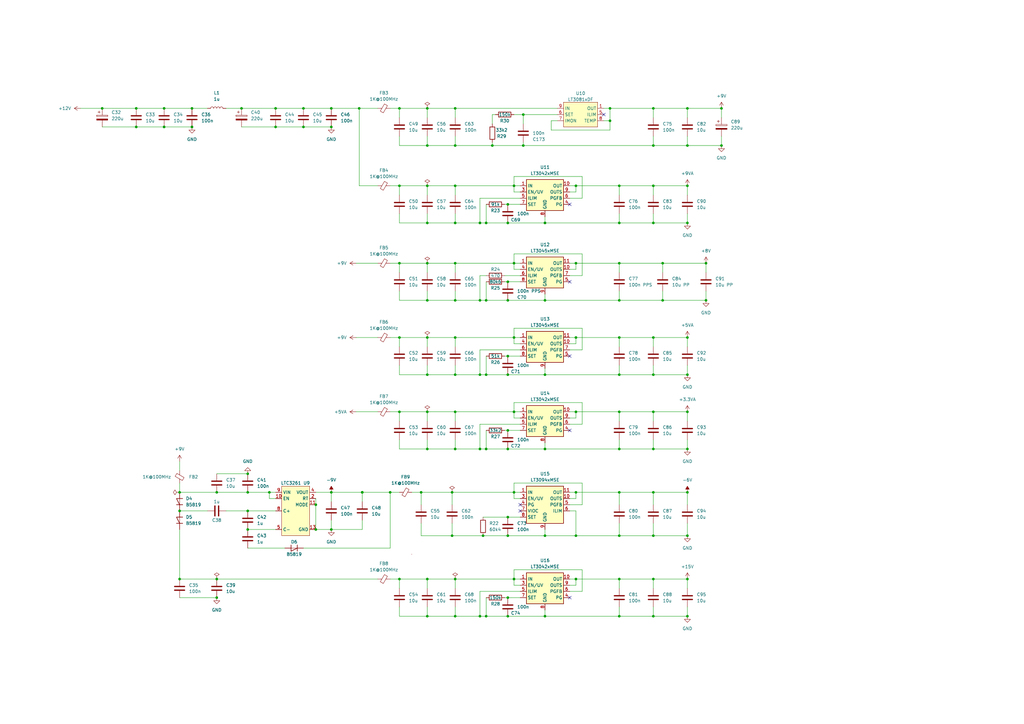
<source format=kicad_sch>
(kicad_sch (version 20211123) (generator eeschema)
  (paper "A3")
  (title_block (title "Kirdy") (date "2022-07-03") (rev "r0.1") (company "M-Labs") (comment 1 "Alex Wong Tat Hang"))
  (junction (at 175.26 237.49))
  (junction (at 223.52 184.15))
  (junction (at 236.22 76.2))
  (junction (at 210.82 201.93))
  (junction (at 78.74 44.45))
  (junction (at 210.82 76.2))
  (junction (at 236.22 168.91))
  (junction (at 185.42 219.71))
  (junction (at 101.6 217.17))
  (junction (at 254 184.15))
  (junction (at 208.28 245.11))
  (junction (at 185.42 201.93))
  (junction (at 208.28 176.53))
  (junction (at 135.89 217.17))
  (junction (at 147.32 44.45))
  (junction (at 210.82 138.43))
  (junction (at 254 91.44))
  (junction (at 148.556 201.93))
  (junction (at 250.19 49.53))
  (junction (at 208.28 252.73))
  (junction (at 196.85 184.15))
  (junction (at 88.9 237.49))
  (junction (at 199.39 252.73))
  (junction (at 186.69 138.43))
  (junction (at 208.28 184.15))
  (junction (at 78.74 52.07))
  (junction (at 267.97 44.45))
  (junction (at 267.97 76.2))
  (junction (at 199.39 153.67))
  (junction (at 254 237.49))
  (junction (at 163.83 76.2))
  (junction (at 289.56 107.95))
  (junction (at 210.82 107.95))
  (junction (at 99.06 44.45))
  (junction (at 67.31 52.07))
  (junction (at 175.26 59.69))
  (junction (at 267.97 201.93))
  (junction (at 113.03 52.07))
  (junction (at 175.26 153.67))
  (junction (at 175.26 91.44))
  (junction (at 41.91 44.45))
  (junction (at 281.94 138.43))
  (junction (at 267.97 138.43))
  (junction (at 175.26 107.95))
  (junction (at 196.85 91.44))
  (junction (at 199.39 123.19))
  (junction (at 267.97 252.73))
  (junction (at 281.94 237.49))
  (junction (at 186.69 252.73))
  (junction (at 208.28 123.19))
  (junction (at 254 219.71))
  (junction (at 148.59 201.93))
  (junction (at 223.52 153.67))
  (junction (at 223.52 91.44))
  (junction (at 250.19 44.45))
  (junction (at 101.6 209.55))
  (junction (at 281.94 76.2))
  (junction (at 281.94 201.93))
  (junction (at 281.94 168.91))
  (junction (at 186.69 107.95))
  (junction (at 289.56 123.19))
  (junction (at 295.91 44.45))
  (junction (at 186.69 237.49))
  (junction (at 186.69 184.15))
  (junction (at 163.83 168.91))
  (junction (at 236.22 219.71))
  (junction (at 214.63 59.69))
  (junction (at 254 168.91))
  (junction (at 281.94 252.73))
  (junction (at 223.52 123.19))
  (junction (at 186.69 76.2))
  (junction (at 198.12 219.71))
  (junction (at 281.94 184.15))
  (junction (at 281.94 44.45))
  (junction (at 135.89 201.93))
  (junction (at 186.69 91.44))
  (junction (at 267.97 168.91))
  (junction (at 175.26 168.91))
  (junction (at 281.94 219.71))
  (junction (at 160.02 201.93))
  (junction (at 186.69 59.69))
  (junction (at 208.28 83.82))
  (junction (at 135.89 52.07))
  (junction (at 236.22 201.93))
  (junction (at 113.03 44.45))
  (junction (at 254 153.67))
  (junction (at 254 138.43))
  (junction (at 210.82 168.91))
  (junction (at 281.94 91.44))
  (junction (at 267.97 59.69))
  (junction (at 267.97 184.15))
  (junction (at 271.78 123.19))
  (junction (at 254 76.2))
  (junction (at 101.6 201.93))
  (junction (at 163.83 138.43))
  (junction (at 186.69 123.19))
  (junction (at 175.26 252.73))
  (junction (at 135.89 44.45))
  (junction (at 196.85 123.19))
  (junction (at 208.28 91.44))
  (junction (at 172.72 201.93))
  (junction (at 208.28 153.67))
  (junction (at 73.66 209.55))
  (junction (at 201.93 59.69))
  (junction (at 267.97 237.49))
  (junction (at 208.28 212.09))
  (junction (at 196.85 252.73))
  (junction (at 124.46 52.07))
  (junction (at 175.26 184.15))
  (junction (at 163.83 107.95))
  (junction (at 186.69 153.67))
  (junction (at 88.9 201.93))
  (junction (at 254 201.93))
  (junction (at 110.49 201.93))
  (junction (at 208.28 115.57))
  (junction (at 236.22 107.95))
  (junction (at 267.97 219.71))
  (junction (at 208.28 146.05))
  (junction (at 223.52 252.73))
  (junction (at 73.66 201.93))
  (junction (at 175.26 123.19))
  (junction (at 295.91 59.69))
  (junction (at 281.94 59.69))
  (junction (at 55.88 52.07))
  (junction (at 236.22 237.49))
  (junction (at 281.94 153.67))
  (junction (at 223.52 219.71))
  (junction (at 208.28 219.71))
  (junction (at 214.63 46.99))
  (junction (at 271.78 107.95))
  (junction (at 175.26 76.2))
  (junction (at 175.26 138.43))
  (junction (at 163.83 44.45))
  (junction (at 199.39 184.15))
  (junction (at 101.6 194.31))
  (junction (at 88.9 245.11))
  (junction (at 267.97 91.44))
  (junction (at 254 123.19))
  (junction (at 175.26 44.45))
  (junction (at 210.82 237.49))
  (junction (at 254 252.73))
  (junction (at 73.66 237.49))
  (junction (at 163.83 237.49))
  (junction (at 186.69 168.91))
  (junction (at 129.54 207.01))
  (junction (at 67.31 44.45))
  (junction (at 267.97 153.67))
  (junction (at 124.46 44.45))
  (junction (at 55.88 44.45))
  (junction (at 186.69 44.45))
  (junction (at 254 107.95))
  (junction (at 129.54 217.17))
  (junction (at 236.22 138.43))
  (junction (at 199.39 91.44))
  (junction (at 196.85 153.67))
  (no_connect (at 233.68 115.57))
  (no_connect (at 233.68 176.53))
  (no_connect (at 233.68 245.11))
  (no_connect (at 247.65 46.99))
  (no_connect (at 213.36 209.55))
  (no_connect (at 213.36 207.01))
  (no_connect (at 233.68 83.82))
  (no_connect (at 233.68 146.05))
  (wire (pts (xy 88.9 201.93) (xy 101.6 201.93)))
  (wire (pts (xy 207.01 176.53) (xy 208.28 176.53)))
  (wire (pts (xy 267.97 214.63) (xy 267.97 219.71)))
  (wire (pts (xy 267.97 153.67) (xy 267.97 149.86)))
  (wire (pts (xy 196.85 81.28) (xy 196.85 91.44)))
  (wire (pts (xy 175.26 241.3) (xy 175.26 237.49)))
  (wire (pts (xy 160.02 237.49) (xy 163.83 237.49)))
  (wire (pts (xy 254 237.49) (xy 254 241.3)))
  (wire (pts (xy 233.68 140.97) (xy 236.22 140.97)))
  (wire (pts (xy 148.59 201.93) (xy 148.59 205.74)))
  (wire (pts (xy 281.94 252.73) (xy 281.94 248.92)))
  (wire (pts (xy 254 107.95) (xy 254 111.76)))
  (wire (pts (xy 135.89 213.36) (xy 135.89 217.17)))
  (wire (pts (xy 163.83 252.73) (xy 163.83 248.92)))
  (wire (pts (xy 208.28 176.53) (xy 213.36 176.53)))
  (wire (pts (xy 124.46 44.45) (xy 135.89 44.45)))
  (wire (pts (xy 135.89 217.17) (xy 129.54 217.17)))
  (wire (pts (xy 201.93 58.42) (xy 201.93 59.69)))
  (wire (pts (xy 196.85 91.44) (xy 199.39 91.44)))
  (wire (pts (xy 271.78 107.95) (xy 271.78 111.76)))
  (wire (pts (xy 267.97 252.73) (xy 281.94 252.73)))
  (wire (pts (xy 160.02 107.95) (xy 163.83 107.95)))
  (wire (pts (xy 186.69 172.72) (xy 186.69 168.91)))
  (wire (pts (xy 196.85 113.03) (xy 199.39 113.03)))
  (wire (pts (xy 236.22 219.71) (xy 223.52 219.71)))
  (wire (pts (xy 175.26 123.19) (xy 186.69 123.19)))
  (wire (pts (xy 175.26 252.73) (xy 175.26 248.92)))
  (wire (pts (xy 186.69 123.19) (xy 196.85 123.19)))
  (wire (pts (xy 185.42 219.71) (xy 198.12 219.71)))
  (wire (pts (xy 201.93 50.8) (xy 201.93 46.99)))
  (wire (pts (xy 267.97 153.67) (xy 281.94 153.67)))
  (wire (pts (xy 207.01 115.57) (xy 208.28 115.57)))
  (wire (pts (xy 175.26 123.19) (xy 175.26 119.38)))
  (wire (pts (xy 210.82 76.2) (xy 213.36 76.2)))
  (wire (pts (xy 163.83 59.69) (xy 175.26 59.69)))
  (wire (pts (xy 210.82 237.49) (xy 213.36 237.49)))
  (wire (pts (xy 254 219.71) (xy 254 214.63)))
  (wire (pts (xy 199.39 184.15) (xy 208.28 184.15)))
  (wire (pts (xy 129.54 201.93) (xy 135.89 201.93)))
  (wire (pts (xy 175.26 142.24) (xy 175.26 138.43)))
  (wire (pts (xy 199.39 252.73) (xy 208.28 252.73)))
  (wire (pts (xy 186.69 80.01) (xy 186.69 76.2)))
  (wire (pts (xy 199.39 245.11) (xy 199.39 252.73)))
  (wire (pts (xy 172.72 214.63) (xy 172.72 219.71)))
  (wire (pts (xy 92.71 209.55) (xy 101.6 209.55)))
  (wire (pts (xy 208.28 184.15) (xy 223.52 184.15)))
  (wire (pts (xy 175.26 184.15) (xy 186.69 184.15)))
  (wire (pts (xy 208.28 91.44) (xy 223.52 91.44)))
  (wire (pts (xy 213.36 204.47) (xy 210.82 204.47)))
  (wire (pts (xy 135.89 44.45) (xy 147.32 44.45)))
  (wire (pts (xy 254 219.71) (xy 267.97 219.71)))
  (wire (pts (xy 208.28 115.57) (xy 213.36 115.57)))
  (wire (pts (xy 163.83 252.73) (xy 175.26 252.73)))
  (wire (pts (xy 185.42 201.93) (xy 210.82 201.93)))
  (wire (pts (xy 186.69 168.91) (xy 210.82 168.91)))
  (wire (pts (xy 199.39 115.57) (xy 199.39 123.19)))
  (wire (pts (xy 175.26 76.2) (xy 186.69 76.2)))
  (wire (pts (xy 186.69 91.44) (xy 186.69 87.63)))
  (wire (pts (xy 199.39 146.05) (xy 199.39 153.67)))
  (wire (pts (xy 254 153.67) (xy 254 149.86)))
  (wire (pts (xy 238.76 134.62) (xy 210.82 134.62)))
  (wire (pts (xy 199.39 153.67) (xy 208.28 153.67)))
  (wire (pts (xy 172.72 219.71) (xy 185.42 219.71)))
  (wire (pts (xy 223.52 91.44) (xy 254 91.44)))
  (wire (pts (xy 236.22 240.03) (xy 236.22 237.49)))
  (wire (pts (xy 101.6 224.79) (xy 116.84 224.79)))
  (wire (pts (xy 198.12 219.71) (xy 208.28 219.71)))
  (wire (pts (xy 254 184.15) (xy 254 180.34)))
  (wire (pts (xy 210.82 140.97) (xy 210.82 138.43)))
  (wire (pts (xy 55.88 52.07) (xy 67.31 52.07)))
  (wire (pts (xy 196.85 81.28) (xy 213.36 81.28)))
  (wire (pts (xy 148.556 201.93) (xy 148.59 201.93)))
  (wire (pts (xy 281.94 59.69) (xy 267.97 59.69)))
  (wire (pts (xy 226.06 49.53) (xy 228.6 49.53)))
  (wire (pts (xy 213.36 110.49) (xy 210.82 110.49)))
  (wire (pts (xy 254 107.95) (xy 271.78 107.95)))
  (wire (pts (xy 267.97 91.44) (xy 267.97 87.63)))
  (wire (pts (xy 223.52 250.19) (xy 223.52 252.73)))
  (wire (pts (xy 254 123.19) (xy 254 119.38)))
  (wire (pts (xy 254 201.93) (xy 267.97 201.93)))
  (wire (pts (xy 186.69 44.45) (xy 228.6 44.45)))
  (wire (pts (xy 196.85 173.99) (xy 213.36 173.99)))
  (wire (pts (xy 175.26 184.15) (xy 175.26 180.34)))
  (wire (pts (xy 233.68 113.03) (xy 238.76 113.03)))
  (wire (pts (xy 210.82 107.95) (xy 213.36 107.95)))
  (wire (pts (xy 186.69 241.3) (xy 186.69 237.49)))
  (wire (pts (xy 254 237.49) (xy 267.97 237.49)))
  (wire (pts (xy 146.05 168.91) (xy 154.94 168.91)))
  (wire (pts (xy 236.22 237.49) (xy 254 237.49)))
  (wire (pts (xy 210.82 201.93) (xy 213.36 201.93)))
  (wire (pts (xy 250.19 44.45) (xy 250.19 49.53)))
  (wire (pts (xy 207.01 245.11) (xy 208.28 245.11)))
  (wire (pts (xy 210.82 78.74) (xy 210.82 76.2)))
  (wire (pts (xy 196.85 252.73) (xy 199.39 252.73)))
  (wire (pts (xy 186.69 153.67) (xy 196.85 153.67)))
  (wire (pts (xy 236.22 219.71) (xy 254 219.71)))
  (wire (pts (xy 210.82 138.43) (xy 213.36 138.43)))
  (wire (pts (xy 73.66 198.12) (xy 73.66 201.93)))
  (wire (pts (xy 238.76 173.99) (xy 238.76 165.1)))
  (wire (pts (xy 175.26 172.72) (xy 175.26 168.91)))
  (wire (pts (xy 113.03 52.07) (xy 124.46 52.07)))
  (wire (pts (xy 73.66 237.49) (xy 73.66 217.17)))
  (wire (pts (xy 238.76 165.1) (xy 210.82 165.1)))
  (wire (pts (xy 208.28 123.19) (xy 223.52 123.19)))
  (wire (pts (xy 113.03 44.45) (xy 124.46 44.45)))
  (wire (pts (xy 281.94 76.2) (xy 281.94 80.01)))
  (wire (pts (xy 163.83 172.72) (xy 163.83 168.91)))
  (wire (pts (xy 281.94 184.15) (xy 281.94 180.34)))
  (wire (pts (xy 201.93 46.99) (xy 203.2 46.99)))
  (wire (pts (xy 238.76 104.14) (xy 210.82 104.14)))
  (wire (pts (xy 210.82 240.03) (xy 210.82 237.49)))
  (wire (pts (xy 281.94 168.91) (xy 281.94 172.72)))
  (wire (pts (xy 163.83 107.95) (xy 175.26 107.95)))
  (wire (pts (xy 233.68 143.51) (xy 238.76 143.51)))
  (wire (pts (xy 267.97 48.26) (xy 267.97 44.45)))
  (wire (pts (xy 196.85 113.03) (xy 196.85 123.19)))
  (wire (pts (xy 236.22 201.93) (xy 254 201.93)))
  (wire (pts (xy 73.66 237.49) (xy 88.9 237.49)))
  (wire (pts (xy 175.26 168.91) (xy 186.69 168.91)))
  (wire (pts (xy 233.68 240.03) (xy 236.22 240.03)))
  (wire (pts (xy 201.93 59.69) (xy 214.63 59.69)))
  (wire (pts (xy 175.26 44.45) (xy 186.69 44.45)))
  (wire (pts (xy 160.02 44.45) (xy 163.83 44.45)))
  (wire (pts (xy 124.46 52.07) (xy 135.89 52.07)))
  (wire (pts (xy 236.22 138.43) (xy 254 138.43)))
  (wire (pts (xy 110.49 201.93) (xy 113.03 201.93)))
  (wire (pts (xy 233.68 173.99) (xy 238.76 173.99)))
  (wire (pts (xy 210.82 134.62) (xy 210.82 138.43)))
  (wire (pts (xy 267.97 76.2) (xy 267.97 80.01)))
  (wire (pts (xy 267.97 138.43) (xy 281.94 138.43)))
  (wire (pts (xy 267.97 44.45) (xy 281.94 44.45)))
  (wire (pts (xy 254 91.44) (xy 267.97 91.44)))
  (wire (pts (xy 271.78 123.19) (xy 271.78 119.38)))
  (wire (pts (xy 214.63 46.99) (xy 228.6 46.99)))
  (wire (pts (xy 238.76 113.03) (xy 238.76 104.14)))
  (wire (pts (xy 223.52 151.13) (xy 223.52 153.67)))
  (wire (pts (xy 233.68 138.43) (xy 236.22 138.43)))
  (wire (pts (xy 163.83 59.69) (xy 163.83 55.88)))
  (wire (pts (xy 233.68 81.28) (xy 238.76 81.28)))
  (wire (pts (xy 196.85 153.67) (xy 199.39 153.67)))
  (wire (pts (xy 163.83 123.19) (xy 175.26 123.19)))
  (wire (pts (xy 223.52 181.61) (xy 223.52 184.15)))
  (wire (pts (xy 113.03 204.47) (xy 110.49 204.47)))
  (wire (pts (xy 73.66 245.11) (xy 88.9 245.11)))
  (wire (pts (xy 186.69 59.69) (xy 201.93 59.69)))
  (wire (pts (xy 186.69 153.67) (xy 186.69 149.86)))
  (wire (pts (xy 186.69 123.19) (xy 186.69 119.38)))
  (wire (pts (xy 233.68 76.2) (xy 236.22 76.2)))
  (wire (pts (xy 185.42 214.63) (xy 185.42 219.71)))
  (wire (pts (xy 208.28 252.73) (xy 223.52 252.73)))
  (wire (pts (xy 175.26 252.73) (xy 186.69 252.73)))
  (wire (pts (xy 168.91 201.93) (xy 172.72 201.93)))
  (wire (pts (xy 186.69 48.26) (xy 186.69 44.45)))
  (wire (pts (xy 135.89 201.93) (xy 148.556 201.93)))
  (wire (pts (xy 281.94 44.45) (xy 295.91 44.45)))
  (wire (pts (xy 199.39 176.53) (xy 199.39 184.15)))
  (wire (pts (xy 254 168.91) (xy 254 172.72)))
  (wire (pts (xy 254 201.93) (xy 254 207.01)))
  (wire (pts (xy 185.42 201.93) (xy 185.42 207.01)))
  (wire (pts (xy 135.89 201.93) (xy 135.89 205.74)))
  (wire (pts (xy 213.36 78.74) (xy 210.82 78.74)))
  (wire (pts (xy 281.94 48.26) (xy 281.94 44.45)))
  (wire (pts (xy 163.83 237.49) (xy 175.26 237.49)))
  (wire (pts (xy 196.85 143.51) (xy 213.36 143.51)))
  (wire (pts (xy 186.69 252.73) (xy 186.69 248.92)))
  (wire (pts (xy 175.26 153.67) (xy 175.26 149.86)))
  (wire (pts (xy 233.68 168.91) (xy 236.22 168.91)))
  (wire (pts (xy 226.06 49.53) (xy 226.06 53.34)))
  (wire (pts (xy 186.69 138.43) (xy 210.82 138.43)))
  (wire (pts (xy 250.19 49.53) (xy 247.65 49.53)))
  (wire (pts (xy 254 123.19) (xy 271.78 123.19)))
  (wire (pts (xy 233.68 171.45) (xy 236.22 171.45)))
  (wire (pts (xy 254 91.44) (xy 254 87.63)))
  (wire (pts (xy 238.76 81.28) (xy 238.76 72.39)))
  (wire (pts (xy 214.63 46.99) (xy 214.63 50.8)))
  (wire (pts (xy 213.36 240.03) (xy 210.82 240.03)))
  (wire (pts (xy 236.22 209.55) (xy 236.22 219.71)))
  (wire (pts (xy 163.83 80.01) (xy 163.83 76.2)))
  (wire (pts (xy 223.52 123.19) (xy 254 123.19)))
  (wire (pts (xy 254 153.67) (xy 267.97 153.67)))
  (wire (pts (xy 101.6 217.17) (xy 113.03 217.17)))
  (wire (pts (xy 163.83 241.3) (xy 163.83 237.49)))
  (wire (pts (xy 233.68 242.57) (xy 238.76 242.57)))
  (wire (pts (xy 236.22 168.91) (xy 254 168.91)))
  (wire (pts (xy 223.52 219.71) (xy 223.52 217.17)))
  (wire (pts (xy 160.02 224.79) (xy 160.02 201.93)))
  (wire (pts (xy 163.83 48.26) (xy 163.83 44.45)))
  (wire (pts (xy 250.19 53.34) (xy 250.19 49.53)))
  (wire (pts (xy 78.74 44.45) (xy 85.09 44.45)))
  (wire (pts (xy 214.63 58.42) (xy 214.63 59.69)))
  (wire (pts (xy 267.97 201.93) (xy 281.94 201.93)))
  (wire (pts (xy 148.59 217.17) (xy 135.89 217.17)))
  (wire (pts (xy 92.71 44.45) (xy 99.06 44.45)))
  (wire (pts (xy 295.91 44.45) (xy 295.91 48.26)))
  (wire (pts (xy 175.26 48.26) (xy 175.26 44.45)))
  (wire (pts (xy 163.83 153.67) (xy 175.26 153.67)))
  (wire (pts (xy 175.26 153.67) (xy 186.69 153.67)))
  (wire (pts (xy 160.02 201.93) (xy 163.83 201.93)))
  (wire (pts (xy 267.97 237.49) (xy 281.94 237.49)))
  (wire (pts (xy 175.26 111.76) (xy 175.26 107.95)))
  (wire (pts (xy 110.49 204.47) (xy 110.49 201.93)))
  (wire (pts (xy 175.26 59.69) (xy 175.26 55.88)))
  (wire (pts (xy 210.82 168.91) (xy 213.36 168.91)))
  (wire (pts (xy 267.97 201.93) (xy 267.97 207.01)))
  (wire (pts (xy 198.12 212.09) (xy 208.28 212.09)))
  (wire (pts (xy 254 252.73) (xy 254 248.92)))
  (wire (pts (xy 233.68 78.74) (xy 236.22 78.74)))
  (wire (pts (xy 172.72 201.93) (xy 172.72 207.01)))
  (wire (pts (xy 210.82 110.49) (xy 210.82 107.95)))
  (wire (pts (xy 33.02 44.45) (xy 41.91 44.45)))
  (wire (pts (xy 238.76 72.39) (xy 210.82 72.39)))
  (wire (pts (xy 199.39 123.19) (xy 208.28 123.19)))
  (wire (pts (xy 254 252.73) (xy 267.97 252.73)))
  (wire (pts (xy 236.22 107.95) (xy 254 107.95)))
  (wire (pts (xy 236.22 140.97) (xy 236.22 138.43)))
  (wire (pts (xy 129.54 207.01) (xy 129.54 217.17)))
  (wire (pts (xy 267.97 252.73) (xy 267.97 248.92)))
  (wire (pts (xy 233.68 110.49) (xy 236.22 110.49)))
  (wire (pts (xy 41.91 44.45) (xy 55.88 44.45)))
  (wire (pts (xy 186.69 59.69) (xy 186.69 55.88)))
  (wire (pts (xy 163.83 76.2) (xy 175.26 76.2)))
  (wire (pts (xy 154.94 76.2) (xy 147.32 76.2)))
  (wire (pts (xy 267.97 55.88) (xy 267.97 59.69)))
  (wire (pts (xy 163.83 153.67) (xy 163.83 149.86)))
  (wire (pts (xy 271.78 123.19) (xy 289.56 123.19)))
  (wire (pts (xy 175.26 107.95) (xy 186.69 107.95)))
  (wire (pts (xy 196.85 242.57) (xy 196.85 252.73)))
  (wire (pts (xy 267.97 91.44) (xy 281.94 91.44)))
  (wire (pts (xy 73.66 209.55) (xy 85.09 209.55)))
  (wire (pts (xy 186.69 237.49) (xy 210.82 237.49)))
  (wire (pts (xy 101.6 201.93) (xy 110.49 201.93)))
  (wire (pts (xy 99.06 44.45) (xy 113.03 44.45)))
  (wire (pts (xy 186.69 184.15) (xy 186.69 180.34)))
  (wire (pts (xy 236.22 110.49) (xy 236.22 107.95)))
  (wire (pts (xy 73.66 189.23) (xy 73.66 193.04)))
  (wire (pts (xy 210.82 46.99) (xy 214.63 46.99)))
  (wire (pts (xy 147.32 44.45) (xy 147.32 76.2)))
  (wire (pts (xy 146.05 107.95) (xy 154.94 107.95)))
  (wire (pts (xy 175.26 91.44) (xy 186.69 91.44)))
  (wire (pts (xy 233.68 107.95) (xy 236.22 107.95)))
  (wire (pts (xy 210.82 72.39) (xy 210.82 76.2)))
  (wire (pts (xy 254 76.2) (xy 267.97 76.2)))
  (wire (pts (xy 233.68 237.49) (xy 236.22 237.49)))
  (wire (pts (xy 196.85 123.19) (xy 199.39 123.19)))
  (wire (pts (xy 238.76 198.12) (xy 210.82 198.12)))
  (wire (pts (xy 247.65 44.45) (xy 250.19 44.45)))
  (wire (pts (xy 146.05 138.43) (xy 154.94 138.43)))
  (wire (pts (xy 196.85 143.51) (xy 196.85 153.67)))
  (wire (pts (xy 281.94 91.44) (xy 281.94 87.63)))
  (wire (pts (xy 41.91 52.07) (xy 55.88 52.07)))
  (wire (pts (xy 196.85 173.99) (xy 196.85 184.15)))
  (wire (pts (xy 281.94 138.43) (xy 281.94 142.24)))
  (wire (pts (xy 281.94 153.67) (xy 281.94 149.86)))
  (wire (pts (xy 233.68 204.47) (xy 236.22 204.47)))
  (wire (pts (xy 88.9 237.49) (xy 154.94 237.49)))
  (wire (pts (xy 199.39 91.44) (xy 208.28 91.44)))
  (wire (pts (xy 238.76 207.01) (xy 238.76 198.12)))
  (wire (pts (xy 163.83 168.91) (xy 175.26 168.91)))
  (wire (pts (xy 236.22 78.74) (xy 236.22 76.2)))
  (wire (pts (xy 207.01 146.05) (xy 208.28 146.05)))
  (wire (pts (xy 196.85 184.15) (xy 199.39 184.15)))
  (wire (pts (xy 226.06 53.34) (xy 250.19 53.34)))
  (wire (pts (xy 196.85 242.57) (xy 213.36 242.57)))
  (wire (pts (xy 208.28 153.67) (xy 223.52 153.67)))
  (wire (pts (xy 210.82 171.45) (xy 210.82 168.91)))
  (wire (pts (xy 186.69 76.2) (xy 210.82 76.2)))
  (wire (pts (xy 210.82 198.12) (xy 210.82 201.93)))
  (wire (pts (xy 214.63 59.69) (xy 267.97 59.69)))
  (wire (pts (xy 147.32 44.45) (xy 154.94 44.45)))
  (wire (pts (xy 213.36 140.97) (xy 210.82 140.97)))
  (wire (pts (xy 238.76 242.57) (xy 238.76 233.68)))
  (wire (pts (xy 88.9 194.31) (xy 101.6 194.31)))
  (wire (pts (xy 289.56 123.19) (xy 289.56 119.38)))
  (wire (pts (xy 267.97 168.91) (xy 267.97 172.72)))
  (wire (pts (xy 267.97 76.2) (xy 281.94 76.2)))
  (wire (pts (xy 186.69 142.24) (xy 186.69 138.43)))
  (wire (pts (xy 295.91 55.88) (xy 295.91 59.69)))
  (wire (pts (xy 67.31 52.07) (xy 78.74 52.07)))
  (wire (pts (xy 210.82 204.47) (xy 210.82 201.93)))
  (wire (pts (xy 238.76 233.68) (xy 210.82 233.68)))
  (wire (pts (xy 254 138.43) (xy 267.97 138.43)))
  (wire (pts (xy 223.52 120.65) (xy 223.52 123.19)))
  (wire (pts (xy 267.97 219.71) (xy 281.94 219.71)))
  (wire (pts (xy 208.28 245.11) (xy 213.36 245.11)))
  (wire (pts (xy 223.52 88.9) (xy 223.52 91.44)))
  (wire (pts (xy 267.97 237.49) (xy 267.97 241.3)))
  (wire (pts (xy 254 184.15) (xy 267.97 184.15)))
  (wire (pts (xy 236.22 171.45) (xy 236.22 168.91)))
  (wire (pts (xy 210.82 233.68) (xy 210.82 237.49)))
  (wire (pts (xy 163.83 111.76) (xy 163.83 107.95)))
  (wire (pts (xy 55.88 44.45) (xy 67.31 44.45)))
  (wire (pts (xy 199.39 83.82) (xy 199.39 91.44)))
  (wire (pts (xy 160.02 168.91) (xy 163.83 168.91)))
  (wire (pts (xy 124.46 224.79) (xy 160.02 224.79)))
  (wire (pts (xy 254 138.43) (xy 254 142.24)))
  (wire (pts (xy 208.28 212.09) (xy 213.36 212.09)))
  (wire (pts (xy 210.82 165.1) (xy 210.82 168.91)))
  (wire (pts (xy 271.78 107.95) (xy 289.56 107.95)))
  (wire (pts (xy 160.02 76.2) (xy 163.83 76.2)))
  (wire (pts (xy 163.83 123.19) (xy 163.83 119.38)))
  (wire (pts (xy 67.31 44.45) (xy 78.74 44.45)))
  (wire (pts (xy 175.26 59.69) (xy 186.69 59.69)))
  (wire (pts (xy 163.83 184.15) (xy 175.26 184.15)))
  (wire (pts (xy 208.28 146.05) (xy 213.36 146.05)))
  (wire (pts (xy 175.26 237.49) (xy 186.69 237.49)))
  (wire (pts (xy 254 168.91) (xy 267.97 168.91)))
  (wire (pts (xy 186.69 111.76) (xy 186.69 107.95)))
  (wire (pts (xy 160.02 201.93) (xy 148.59 201.93)))
  (wire (pts (xy 172.72 201.93) (xy 185.42 201.93)))
  (wire (pts (xy 175.26 91.44) (xy 175.26 87.63)))
  (wire (pts (xy 281.94 201.93) (xy 281.94 207.01)))
  (wire (pts (xy 99.06 52.07) (xy 113.03 52.07)))
  (wire (pts (xy 101.6 209.55) (xy 113.03 209.55)))
  (wire (pts (xy 223.52 153.67) (xy 254 153.67)))
  (wire (pts (xy 238.76 143.51) (xy 238.76 134.62)))
  (wire (pts (xy 73.66 201.93) (xy 88.9 201.93)))
  (wire (pts (xy 175.26 138.43) (xy 186.69 138.43)))
  (wire (pts (xy 186.69 107.95) (xy 210.82 107.95)))
  (wire (pts (xy 267.97 168.91) (xy 281.94 168.91)))
  (wire (pts (xy 233.68 207.01) (xy 238.76 207.01)))
  (wire (pts (xy 163.83 91.44) (xy 175.26 91.44)))
  (wire (pts (xy 236.22 76.2) (xy 254 76.2)))
  (wire (pts (xy 236.22 204.47) (xy 236.22 201.93)))
  (wire (pts (xy 250.19 44.45) (xy 267.97 44.45)))
  (wire (pts (xy 160.02 138.43) (xy 163.83 138.43)))
  (wire (pts (xy 208.28 219.71) (xy 223.52 219.71)))
  (wire (pts (xy 236.22 209.55) (xy 233.68 209.55)))
  (wire (pts (xy 186.69 184.15) (xy 196.85 184.15)))
  (wire (pts (xy 267.97 184.15) (xy 267.97 180.34)))
  (wire (pts (xy 207.01 83.82) (xy 208.28 83.82)))
  (wire (pts (xy 267.97 138.43) (xy 267.97 142.24)))
  (wire (pts (xy 213.36 171.45) (xy 210.82 171.45)))
  (wire (pts (xy 233.68 201.93) (xy 236.22 201.93)))
  (wire (pts (xy 254 76.2) (xy 254 80.01)))
  (wire (pts (xy 163.83 44.45) (xy 175.26 44.45)))
  (wire (pts (xy 223.52 184.15) (xy 254 184.15)))
  (wire (pts (xy 163.83 138.43) (xy 175.26 138.43)))
  (wire (pts (xy 208.28 83.82) (xy 213.36 83.82)))
  (wire (pts (xy 186.69 91.44) (xy 196.85 91.44)))
  (wire (pts (xy 163.83 91.44) (xy 163.83 87.63)))
  (wire (pts (xy 289.56 107.95) (xy 289.56 111.76)))
  (wire (pts (xy 281.94 237.49) (xy 281.94 241.3)))
  (wire (pts (xy 148.59 213.36) (xy 148.59 217.17)))
  (wire (pts (xy 281.94 55.88) (xy 281.94 59.69)))
  (wire (pts (xy 129.54 204.47) (xy 129.54 207.01)))
  (wire (pts (xy 281.94 59.69) (xy 295.91 59.69)))
  (wire (pts (xy 223.52 252.73) (xy 254 252.73)))
  (wire (pts (xy 186.69 252.73) (xy 196.85 252.73)))
  (wire (pts (xy 267.97 184.15) (xy 281.94 184.15)))
  (wire (pts (xy 210.82 104.14) (xy 210.82 107.95)))
  (wire (pts (xy 281.94 214.63) (xy 281.94 219.71)))
  (wire (pts (xy 175.26 80.01) (xy 175.26 76.2)))
  (wire (pts (xy 163.83 184.15) (xy 163.83 180.34)))
  (wire (pts (xy 207.01 113.03) (xy 213.36 113.03)))
  (wire (pts (xy 163.83 142.24) (xy 163.83 138.43)))
  (symbol (lib_id "Device:R") (at 198.12 215.9 0) (unit 1)
    (property "Reference" "R22" (at 200.66 214.6299 0) (effects (justify left)))
    (property "Value" "60k4" (at 200.66 217.1699 0) (effects (justify left)))
    (property "Footprint" "Resistor_SMD:R_0603_1608Metric" (effects hide))
    (property "MFR_PN" "RT0603FRE0760K4L" (effects hide))
    (property "MFR_PN_ALT" "RC0603FR-0760K4L" (effects hide))
  )
  (symbol (lib_id "Device:C") (at 254 83.82 0) (unit 1)
    (property "Reference" "C76" (at 257.81 82.5499 0) (effects (justify left)))
    (property "Value" "100n" (at 257.81 85.0899 0) (effects (justify left)))
    (property "Footprint" "Capacitor_SMD:C_0603_1608Metric" (effects hide))
    (property "MFR_PN" "CL10B104KB8NNWC" (effects hide))
    (property "MFR_PN_ALT" "CL10B104KB8NNNL" (effects hide))
  )
  (symbol (lib_id "power:+5VA") (at 281.94 138.43 0) (unit 1)
    (property "Reference" "#PWR074" (effects hide))
    (property "Value" "+5VA" (at 281.94 133.35 0))
  )
  (symbol (lib_id "Device:C") (at 101.6 213.36 0) (unit 1)
    (property "Reference" "C42" (at 105.41 212.0899 0) (effects (justify left)))
    (property "Value" "1u" (at 105.41 214.6299 0) (effects (justify left)))
    (property "Footprint" "Capacitor_SMD:C_0603_1608Metric" (effects hide))
    (property "MFR_PN" "CL10B105KA8NNNC" (effects hide))
    (property "MFR_PN_ALT" "CGA3E1X7R1E105K080AC" (effects hide))
  )
  (symbol (lib_id "power:PWR_FLAG") (at 175.26 76.2 0) (unit 1)
    (property "Reference" "#FLG0106" (effects hide))
    (property "Value" "PWR_FLAG" (effects hide))
  )
  (symbol (lib_id "Device:C") (at 148.59 209.55 0) (unit 1)
    (property "Reference" "C48" (at 152.4 208.2799 0) (effects (justify left)))
    (property "Value" "10u" (at 152.4 210.8199 0) (effects (justify left)))
    (property "Footprint" "Capacitor_SMD:C_0805_2012Metric" (effects hide))
    (property "MFR_PN" "CL21B106KOQNNNG" (effects hide))
    (property "MFR_PN_ALT" "CL21B106KOQNNNE" (effects hide))
  )
  (symbol (lib_id "Device:R") (at 203.2 83.82 90) (unit 1)
    (property "Reference" "R23" (at 203.2 86.36 90))
    (property "Value" "91k" (at 203.2 83.82 90))
    (property "Footprint" "Resistor_SMD:R_0603_1608Metric" (effects hide))
    (property "MFR_PN" "CR0603-FX-9091ELF" (effects hide))
    (property "MFR_PN_ALT" "RK73H1JTTD9091F" (effects hide))
  )
  (symbol (lib_id "Device:R") (at 203.2 245.11 90) (unit 1)
    (property "Reference" "R28" (at 203.2 247.65 90))
    (property "Value" "150k" (at 203.2 245.11 90))
    (property "Footprint" "Resistor_SMD:R_0603_1608Metric" (effects hide))
    (property "MFR_PN" "CRGCQ0603F150K" (effects hide))
    (property "MFR_PN_ALT" "RMCF0603FG150K" (effects hide))
  )
  (symbol (lib_id "Device:C") (at 281.94 210.82 0) (unit 1)
    (property "Reference" "C94" (at 285.75 209.5499 0) (effects (justify left)))
    (property "Value" "10u" (at 285.75 212.0899 0) (effects (justify left)))
    (property "Footprint" "Capacitor_SMD:C_0805_2012Metric" (effects hide))
    (property "MFR_PN" "CL21B106KOQNNNG" (effects hide))
    (property "MFR_PN_ALT" "CL21B106KOQNNNE" (effects hide))
  )
  (symbol (lib_id "Device:C") (at 186.69 83.82 0) (unit 1)
    (property "Reference" "C64" (at 190.5 82.5499 0) (effects (justify left)))
    (property "Value" "100n" (at 190.5 85.0899 0) (effects (justify left)))
    (property "Footprint" "Capacitor_SMD:C_0603_1608Metric" (effects hide))
    (property "MFR_PN" "CL10B104KB8NNWC" (effects hide))
    (property "MFR_PN_ALT" "CL10B104KB8NNNL" (effects hide))
  )
  (symbol (lib_id "Device:C") (at 113.03 48.26 0) (unit 1)
    (property "Reference" "C44" (at 116.84 46.9899 0) (effects (justify left)))
    (property "Value" "10u" (at 116.84 49.5299 0) (effects (justify left)))
    (property "Footprint" "Capacitor_SMD:C_0805_2012Metric" (effects hide))
    (property "MFR_PN" "CL21B106KOQNNNG" (effects hide))
    (property "MFR_PN_ALT" "CL21B106KOQNNNE" (effects hide))
  )
  (symbol (lib_id "power:PWR_FLAG") (at 175.26 107.95 0) (unit 1)
    (property "Reference" "#FLG0108" (effects hide))
    (property "Value" "PWR_FLAG" (effects hide))
  )
  (symbol (lib_id "Device:FerriteBead_Small") (at 73.66 195.58 180) (unit 1)
    (property "Reference" "FB2" (at 77.47 195.58 0) (effects (justify right)))
    (property "Value" "1K@100MHz" (at 58.42 195.58 0) (effects (justify right)))
    (property "Footprint" "Inductor_SMD:L_1210_3225Metric" (effects hide))
    (property "MFR_PN" "FBMH3225HM102NT" (effects hide))
    (property "MFR_PN_ALT" "FBMH3225HM102NTV" (effects hide))
  )
  (symbol (lib_id "Device:C") (at 208.28 180.34 0) (unit 1)
    (property "Reference" "C72" (at 209.55 182.88 0) (effects (justify left)))
    (property "Value" "100n" (at 212.09 180.34 0) (effects (justify left)))
    (property "Footprint" "Capacitor_SMD:C_0603_1608Metric" (effects hide))
    (property "MFR_PN" "CL10B104KB8NNWC" (effects hide))
    (property "MFR_PN_ALT" "CL10B104KB8NNNL" (effects hide))
  )
  (symbol (lib_id "Device:C") (at 186.69 115.57 0) (unit 1)
    (property "Reference" "C65" (at 190.5 114.2999 0) (effects (justify left)))
    (property "Value" "100n" (at 190.5 116.8399 0) (effects (justify left)))
    (property "Footprint" "Capacitor_SMD:C_0603_1608Metric" (effects hide))
    (property "MFR_PN" "CL10B104KB8NNWC" (effects hide))
    (property "MFR_PN_ALT" "CL10B104KB8NNNL" (effects hide))
  )
  (symbol (lib_id "Device:C") (at 175.26 176.53 0) (unit 1)
    (property "Reference" "C60" (at 179.07 175.2599 0) (effects (justify left)))
    (property "Value" "10u" (at 179.07 177.7999 0) (effects (justify left)))
    (property "Footprint" "Capacitor_SMD:C_0805_2012Metric" (effects hide))
    (property "MFR_PN" "CL21B106KOQNNNG" (effects hide))
    (property "MFR_PN_ALT" "CL21B106KOQNNNE" (effects hide))
  )
  (symbol (lib_id "Device:C") (at 267.97 52.07 0) (unit 1)
    (property "Reference" "C75" (at 271.78 50.7999 0) (effects (justify left)))
    (property "Value" "100n" (at 271.78 53.3399 0) (effects (justify left)))
    (property "Footprint" "Capacitor_SMD:C_0603_1608Metric" (effects hide))
    (property "MFR_PN" "CL10B104KB8NNWC" (effects hide))
    (property "MFR_PN_ALT" "CL10B104KB8NNNL" (effects hide))
  )
  (symbol (lib_id "power:GND") (at 289.56 123.19 0) (unit 1)
    (property "Reference" "#PWR073" (effects hide))
    (property "Value" "GND" (at 289.56 128.27 0))
  )
  (symbol (lib_id "Device:C") (at 267.97 210.82 0) (unit 1)
    (property "Reference" "C87" (at 271.78 209.5499 0) (effects (justify left)))
    (property "Value" "10u" (at 271.78 212.0899 0) (effects (justify left)))
    (property "Footprint" "Capacitor_SMD:C_0805_2012Metric" (effects hide))
    (property "MFR_PN" "CL21B106KOQNNNG" (effects hide))
    (property "MFR_PN_ALT" "CL21B106KOQNNNE" (effects hide))
  )
  (symbol (lib_id "Device:C") (at 175.26 245.11 0) (unit 1)
    (property "Reference" "C61" (at 179.07 243.8399 0) (effects (justify left)))
    (property "Value" "10u" (at 179.07 246.3799 0) (effects (justify left)))
    (property "Footprint" "Capacitor_SMD:C_0805_2012Metric" (effects hide))
    (property "MFR_PN" "CL21B106KOQNNNG" (effects hide))
    (property "MFR_PN_ALT" "CL21B106KOQNNNE" (effects hide))
  )
  (symbol (lib_id "Device:C") (at 186.69 245.11 0) (unit 1)
    (property "Reference" "C68" (at 190.5 243.8399 0) (effects (justify left)))
    (property "Value" "100n" (at 190.5 246.3799 0) (effects (justify left)))
    (property "Footprint" "Capacitor_SMD:C_0603_1608Metric" (effects hide))
    (property "MFR_PN" "CL10B104KB8NNWC" (effects hide))
    (property "MFR_PN_ALT" "CL10B104KB8NNNL" (effects hide))
  )
  (symbol (lib_id "Device:R") (at 203.2 146.05 90) (unit 1)
    (property "Reference" "R26" (at 203.2 148.59 90))
    (property "Value" "51k" (at 203.2 146.05 90))
    (property "Footprint" "Resistor_SMD:R_0603_1608Metric" (effects hide))
    (property "MFR_PN" "RMCF0603FT51K0" (effects hide))
    (property "MFR_PN_ALT" "CR0603-FX-5102ELF" (effects hide))
  )
  (symbol (lib_id "Device:C") (at 175.26 52.07 0) (unit 1)
    (property "Reference" "C56" (at 179.07 50.7999 0) (effects (justify left)))
    (property "Value" "10u" (at 179.07 53.3399 0) (effects (justify left)))
    (property "Footprint" "Capacitor_SMD:C_0805_2012Metric" (effects hide))
    (property "MFR_PN" "CL21B106KOQNNNG" (effects hide))
    (property "MFR_PN_ALT" "CL21B106KOQNNNE" (effects hide))
  )
  (symbol (lib_id "Device:L") (at 88.9 44.45 90) (unit 1)
    (property "Reference" "L1" (at 88.9 38.1 90))
    (property "Value" "1u" (at 88.9 40.64 90))
    (property "Footprint" "Inductor_SMD:L_1008_2520Metric" (effects hide))
    (property "MFR_PN" "DFE252012F-1R0M=P2" (effects hide))
    (property "MFR_PN_ALT" "DFE252012P-1R0M=P2" (effects hide))
  )
  (symbol (lib_id "Device:D_Shockley") (at 73.66 213.36 90) (unit 1)
    (property "Reference" "D5" (at 76.2 212.0899 90) (effects (justify right)))
    (property "Value" "B5819" (at 76.2 214.6299 90) (effects (justify right)))
    (property "Footprint" "Diode_SMD:D_SOD-323" (effects hide))
    (property "MFR_PN" "B5819WS-TP" (effects hide))
  )
  (symbol (lib_id "Device:C_Polarized") (at 295.91 52.07 0) (unit 1)
    (property "Reference" "C89" (at 299.72 49.9109 0) (effects (justify left)))
    (property "Value" "220u" (at 299.72 52.4509 0) (effects (justify left)))
    (property "Footprint" "Capacitor_Tantalum_SMD:CP_EIA-7343-15_Kemet-W" (effects hide))
    (property "MFR_PN" "T491D227K016AT" (effects hide))
    (property "MFR_PN_ALT" "293D227X9016E2TE3" (effects hide))
  )
  (symbol (lib_id "power:-9V") (at 135.89 201.93 0) (unit 1)
    (property "Reference" "#PWR063" (effects hide))
    (property "Value" "-9V" (at 135.89 196.85 0))
  )
  (symbol (lib_id "Device:FerriteBead_Small") (at 157.48 107.95 90) (unit 1)
    (property "Reference" "FB5" (at 157.4419 101.6 90))
    (property "Value" "1K@100MHz" (at 157.4419 104.14 90))
    (property "Footprint" "Inductor_SMD:L_1210_3225Metric" (effects hide))
    (property "MFR_PN" "FBMH3225HM102NT" (effects hide))
    (property "MFR_PN_ALT" "FBMH3225HM102NTV" (effects hide))
  )
  (symbol (lib_id "Device:C") (at 254 210.82 0) (unit 1)
    (property "Reference" "C80" (at 257.81 209.5499 0) (effects (justify left)))
    (property "Value" "100n" (at 257.81 212.0899 0) (effects (justify left)))
    (property "Footprint" "Capacitor_SMD:C_0603_1608Metric" (effects hide))
    (property "MFR_PN" "CL10B104KB8NNWC" (effects hide))
    (property "MFR_PN_ALT" "CL10B104KB8NNNL" (effects hide))
  )
  (symbol (lib_id "power:PWR_FLAG") (at 175.26 138.43 0) (unit 1)
    (property "Reference" "#FLG0109" (effects hide))
    (property "Value" "PWR_FLAG" (effects hide))
  )
  (symbol (lib_id "power:GND") (at 281.94 91.44 0) (unit 1)
    (property "Reference" "#PWR071" (effects hide))
    (property "Value" "GND" (at 281.94 96.52 0))
  )
  (symbol (lib_id "power:+9V") (at 295.91 44.45 0) (unit 1)
    (property "Reference" "#PWR068" (effects hide))
    (property "Value" "+9V" (at 295.91 39.37 0))
  )
  (symbol (lib_id "power:PWR_FLAG") (at 185.42 201.93 0) (unit 1)
    (property "Reference" "#FLG0102" (effects hide))
    (property "Value" "PWR_FLAG" (effects hide))
  )
  (symbol (lib_id "Device:FerriteBead_Small") (at 166.37 201.93 90) (unit 1)
    (property "Reference" "FB9" (at 166.3319 195.58 90))
    (property "Value" "1K@100MHz" (at 166.3319 198.12 90))
    (property "Footprint" "Inductor_SMD:L_1210_3225Metric" (effects hide))
    (property "MFR_PN" "FBMH3225HM102NT" (effects hide))
    (property "MFR_PN_ALT" "FBMH3225HM102NTV" (effects hide))
  )
  (symbol (lib_id "Device:C") (at 208.28 119.38 0) (unit 1)
    (property "Reference" "C70" (at 212.09 121.92 0) (effects (justify left)))
    (property "Value" "100n PPS" (at 212.09 119.38 0) (effects (justify left)))
    (property "Footprint" "Capacitor_SMD:C_1210_3225Metric" (effects hide))
    (property "MFR_PN" "ECH-U1C104JX5" (effects hide))
  )
  (symbol (lib_id "Device:C") (at 281.94 245.11 0) (unit 1)
    (property "Reference" "C95" (at 285.75 243.8399 0) (effects (justify left)))
    (property "Value" "10u" (at 285.75 246.3799 0) (effects (justify left)))
    (property "Footprint" "Capacitor_SMD:C_0805_2012Metric" (effects hide))
    (property "MFR_PN" "CL21B106KOQNNNG" (effects hide))
    (property "MFR_PN_ALT" "CL21B106KOQNNNE" (effects hide))
  )
  (symbol (lib_id "Device:C") (at 135.89 48.26 0) (unit 1)
    (property "Reference" "C46" (at 139.7 46.9899 0) (effects (justify left)))
    (property "Value" "100n" (at 139.7 49.5299 0) (effects (justify left)))
    (property "Footprint" "Capacitor_SMD:C_0603_1608Metric" (effects hide))
    (property "MFR_PN" "CL10B104KB8NNWC" (effects hide))
    (property "MFR_PN_ALT" "CL10B104KB8NNNL" (effects hide))
  )
  (symbol (lib_id "Device:C") (at 254 115.57 0) (unit 1)
    (property "Reference" "C77" (at 257.81 114.2999 0) (effects (justify left)))
    (property "Value" "100n PPS" (at 257.81 116.8399 0) (effects (justify left)))
    (property "Footprint" "Capacitor_SMD:C_1210_3225Metric" (effects hide))
    (property "MFR_PN" "ECH-U1C104JX5" (effects hide))
  )
  (symbol (lib_id "Device:C") (at 88.9 198.12 0) (unit 1)
    (property "Reference" "C37" (at 92.71 196.8499 0) (effects (justify left)))
    (property "Value" "10u" (at 92.71 199.3899 0) (effects (justify left)))
    (property "Footprint" "Capacitor_SMD:C_0805_2012Metric" (effects hide))
    (property "MFR_PN" "CL21B106KOQNNNG" (effects hide))
    (property "MFR_PN_ALT" "CL21B106KOQNNNE" (effects hide))
  )
  (symbol (lib_id "Regulator_Linear:LT3042xMSE") (at 223.52 78.74 0) (unit 1)
    (property "Reference" "U11" (at 223.52 68.58 0))
    (property "Value" "LT3042xMSE" (at 223.52 71.12 0))
    (property "Footprint" "Package_SO:MSOP-10-1EP_3x3mm_P0.5mm_EP1.68x1.88mm" (effects hide))
    (property "Datasheet" "https://www.analog.com/media/en/technical-documentation/data-sheets/3042fb.pdf" (effects hide))
    (property "MFR_PN" "LT3042IMSE#PBF" (effects hide))
    (property "MFR_PN_ALT" "LT3042IMSE#TRPBF" (effects hide))
  )
  (symbol (lib_id "Device:C") (at 88.9 209.55 90) (unit 1)
    (property "Reference" "C38" (at 88.9 213.36 90))
    (property "Value" "1u" (at 88.9 205.74 90))
    (property "Footprint" "Capacitor_SMD:C_0603_1608Metric" (effects hide))
    (property "MFR_PN" "CL10B105KA8NNNC" (effects hide))
    (property "MFR_PN_ALT" "CGA3E1X7R1E105K080AC" (effects hide))
  )
  (symbol (lib_id "Device:C") (at 281.94 52.07 0) (unit 1)
    (property "Reference" "C82" (at 285.75 50.7999 0) (effects (justify left)))
    (property "Value" "10u" (at 285.75 53.3399 0) (effects (justify left)))
    (property "Footprint" "Capacitor_SMD:C_0805_2012Metric" (effects hide))
    (property "MFR_PN" "CL21B106KOQNNNG" (effects hide))
    (property "MFR_PN_ALT" "CL21B106KOQNNNE" (effects hide))
  )
  (symbol (lib_id "Device:C") (at 101.6 220.98 0) (unit 1)
    (property "Reference" "C43" (at 105.41 219.7099 0) (effects (justify left)))
    (property "Value" "1u" (at 105.41 222.2499 0) (effects (justify left)))
    (property "Footprint" "Capacitor_SMD:C_0603_1608Metric" (effects hide))
    (property "MFR_PN" "CL10B105KA8NNNC" (effects hide))
    (property "MFR_PN_ALT" "CGA3E1X7R1E105K080AC" (effects hide))
  )
  (symbol (lib_id "Device:C") (at 254 245.11 0) (unit 1)
    (property "Reference" "C81" (at 257.81 243.8399 0) (effects (justify left)))
    (property "Value" "100n" (at 257.81 246.3799 0) (effects (justify left)))
    (property "Footprint" "Capacitor_SMD:C_0603_1608Metric" (effects hide))
    (property "MFR_PN" "CL10B104KB8NNWC" (effects hide))
    (property "MFR_PN_ALT" "CL10B104KB8NNNL" (effects hide))
  )
  (symbol (lib_id "Device:C") (at 88.9 241.3 0) (unit 1)
    (property "Reference" "C39" (at 92.71 240.0299 0) (effects (justify left)))
    (property "Value" "10u" (at 92.71 242.5699 0) (effects (justify left)))
    (property "Footprint" "Capacitor_SMD:C_0805_2012Metric" (effects hide))
    (property "MFR_PN" "CL21B106KOQNNNG" (effects hide))
    (property "MFR_PN_ALT" "CL21B106KOQNNNE" (effects hide))
  )
  (symbol (lib_id "Device:C") (at 67.31 48.26 0) (unit 1)
    (property "Reference" "C34" (at 71.12 46.9899 0) (effects (justify left)))
    (property "Value" "10u" (at 71.12 49.5299 0) (effects (justify left)))
    (property "Footprint" "Capacitor_SMD:C_0805_2012Metric" (effects hide))
    (property "MFR_PN" "CL21B106KOQNNNG" (effects hide))
    (property "MFR_PN_ALT" "CL21B106KOQNNNE" (effects hide))
  )
  (symbol (lib_id "Device:C") (at 208.28 149.86 0) (unit 1)
    (property "Reference" "C71" (at 209.55 152.4 0) (effects (justify left)))
    (property "Value" "100n" (at 212.09 149.86 0) (effects (justify left)))
    (property "Footprint" "Capacitor_SMD:C_0603_1608Metric" (effects hide))
    (property "MFR_PN" "CL10B104KB8NNWC" (effects hide))
    (property "MFR_PN_ALT" "CL10B104KB8NNNL" (effects hide))
  )
  (symbol (lib_id "Device:C") (at 281.94 176.53 0) (unit 1)
    (property "Reference" "C93" (at 285.75 175.2599 0) (effects (justify left)))
    (property "Value" "10u" (at 285.75 177.7999 0) (effects (justify left)))
    (property "Footprint" "Capacitor_SMD:C_0805_2012Metric" (effects hide))
    (property "MFR_PN" "CL21B106KOQNNNG" (effects hide))
    (property "MFR_PN_ALT" "CL21B106KOQNNNE" (effects hide))
  )
  (symbol (lib_id "Device:C") (at 172.72 210.82 0) (unit 1)
    (property "Reference" "C55" (at 176.53 209.5499 0) (effects (justify left)))
    (property "Value" "10u" (at 176.53 212.0899 0) (effects (justify left)))
    (property "Footprint" "Capacitor_SMD:C_0805_2012Metric" (effects hide))
    (property "MFR_PN" "CL21B106KOQNNNG" (effects hide))
    (property "MFR_PN_ALT" "CL21B106KOQNNNE" (effects hide))
  )
  (symbol (lib_id "Device:FerriteBead_Small") (at 157.48 168.91 90) (unit 1)
    (property "Reference" "FB7" (at 157.4419 162.56 90))
    (property "Value" "1K@100MHz" (at 157.4419 165.1 90))
    (property "Footprint" "Inductor_SMD:L_1210_3225Metric" (effects hide))
    (property "MFR_PN" "FBMH3225HM102NT" (effects hide))
    (property "MFR_PN_ALT" "FBMH3225HM102NTV" (effects hide))
  )
  (symbol (lib_id "Device:C_Polarized") (at 99.06 48.26 0) (unit 1)
    (property "Reference" "C40" (at 102.87 46.1009 0) (effects (justify left)))
    (property "Value" "220u" (at 102.87 48.6409 0) (effects (justify left)))
    (property "Footprint" "Capacitor_Tantalum_SMD:CP_EIA-7343-15_Kemet-W" (effects hide))
    (property "MFR_PN" "T491D227K016AT" (effects hide))
    (property "MFR_PN_ALT" "293D227X9016E2TE3" (effects hide))
  )
  (symbol (lib_id "Device:C") (at 267.97 176.53 0) (unit 1)
    (property "Reference" "C86" (at 271.78 175.2599 0) (effects (justify left)))
    (property "Value" "10u" (at 271.78 177.7999 0) (effects (justify left)))
    (property "Footprint" "Capacitor_SMD:C_0805_2012Metric" (effects hide))
    (property "MFR_PN" "CL21B106KOQNNNG" (effects hide))
    (property "MFR_PN_ALT" "CL21B106KOQNNNE" (effects hide))
  )
  (symbol (lib_id "Device:C") (at 281.94 83.82 0) (unit 1)
    (property "Reference" "C90" (at 285.75 82.5499 0) (effects (justify left)))
    (property "Value" "10u" (at 285.75 85.0899 0) (effects (justify left)))
    (property "Footprint" "Capacitor_SMD:C_0805_2012Metric" (effects hide))
    (property "MFR_PN" "CL21B106KOQNNNG" (effects hide))
    (property "MFR_PN_ALT" "CL21B106KOQNNNE" (effects hide))
  )
  (symbol (lib_id "Device:FerriteBead_Small") (at 157.48 138.43 90) (unit 1)
    (property "Reference" "FB6" (at 157.4419 132.08 90))
    (property "Value" "1K@100MHz" (at 157.4419 134.62 90))
    (property "Footprint" "Inductor_SMD:L_1210_3225Metric" (effects hide))
    (property "MFR_PN" "FBMH3225HM102NT" (effects hide))
    (property "MFR_PN_ALT" "FBMH3225HM102NTV" (effects hide))
  )
  (symbol (lib_id "power:+9VA") (at 281.94 76.2 0) (unit 1)
    (property "Reference" "#PWR070" (effects hide))
    (property "Value" "+9VA" (at 281.94 71.12 0))
  )
  (symbol (lib_id "Device:C") (at 163.83 176.53 0) (unit 1)
    (property "Reference" "C53" (at 167.64 175.2599 0) (effects (justify left)))
    (property "Value" "10u" (at 167.64 177.7999 0) (effects (justify left)))
    (property "Footprint" "Capacitor_SMD:C_0805_2012Metric" (effects hide))
    (property "MFR_PN" "CL21B106KOQNNNG" (effects hide))
    (property "MFR_PN_ALT" "CL21B106KOQNNNE" (effects hide))
  )
  (symbol (lib_id "Device:C") (at 254 176.53 0) (unit 1)
    (property "Reference" "C79" (at 257.81 175.2599 0) (effects (justify left)))
    (property "Value" "100n" (at 257.81 177.7999 0) (effects (justify left)))
    (property "Footprint" "Capacitor_SMD:C_0603_1608Metric" (effects hide))
    (property "MFR_PN" "CL10B104KB8NNWC" (effects hide))
    (property "MFR_PN_ALT" "CL10B104KB8NNNL" (effects hide))
  )
  (symbol (lib_id "power:GND") (at 281.94 219.71 0) (unit 1)
    (property "Reference" "#PWR079" (effects hide))
    (property "Value" "GND" (at 281.94 224.79 0))
  )
  (symbol (lib_id "Device:C") (at 208.28 87.63 0) (unit 1)
    (property "Reference" "C69" (at 209.55 90.17 0) (effects (justify left)))
    (property "Value" "100n" (at 212.09 87.63 0) (effects (justify left)))
    (property "Footprint" "Capacitor_SMD:C_0603_1608Metric" (effects hide))
    (property "MFR_PN" "CL10B104KB8NNWC" (effects hide))
    (property "MFR_PN_ALT" "CL10B104KB8NNNL" (effects hide))
  )
  (symbol (lib_id "Device:C") (at 267.97 83.82 0) (unit 1)
    (property "Reference" "C83" (at 271.78 82.5499 0) (effects (justify left)))
    (property "Value" "10u" (at 271.78 85.0899 0) (effects (justify left)))
    (property "Footprint" "Capacitor_SMD:C_0805_2012Metric" (effects hide))
    (property "MFR_PN" "CL21B106KOQNNNG" (effects hide))
    (property "MFR_PN_ALT" "CL21B106KOQNNNE" (effects hide))
  )
  (symbol (lib_id "Device:R") (at 207.01 46.99 90) (unit 1)
    (property "Reference" "R30" (at 207.01 49.53 90))
    (property "Value" "150k" (at 207.01 46.99 90))
    (property "Footprint" "Resistor_SMD:R_0603_1608Metric" (effects hide))
    (property "MFR_PN" "CRGCQ0603F150K" (effects hide))
    (property "MFR_PN_ALT" "RMCF0603FG150K" (effects hide))
  )
  (symbol (lib_id "power:PWR_FLAG") (at 186.69 237.49 0) (unit 1)
    (property "Reference" "#FLG0101" (effects hide))
    (property "Value" "PWR_FLAG" (effects hide))
  )
  (symbol (lib_id "Device:R") (at 203.2 113.03 90) (unit 1)
    (property "Reference" "R24" (at 203.2 110.49 90))
    (property "Value" "470" (at 203.2 113.03 90))
    (property "Footprint" "Resistor_SMD:R_0603_1608Metric" (effects hide))
    (property "MFR_PN" "WR06X4700FTL" (effects hide))
    (property "MFR_PN_ALT" "RC0603FR-07470RL" (effects hide))
  )
  (symbol (lib_id "power:GND") (at 281.94 252.73 0) (unit 1)
    (property "Reference" "#PWR081" (effects hide))
    (property "Value" "GND" (at 281.94 257.81 0))
  )
  (symbol (lib_id "Device:C") (at 163.83 146.05 0) (unit 1)
    (property "Reference" "C52" (at 167.64 144.7799 0) (effects (justify left)))
    (property "Value" "10u" (at 167.64 147.3199 0) (effects (justify left)))
    (property "Footprint" "Capacitor_SMD:C_0805_2012Metric" (effects hide))
    (property "MFR_PN" "CL21B106KOQNNNG" (effects hide))
    (property "MFR_PN_ALT" "CL21B106KOQNNNE" (effects hide))
  )
  (symbol (lib_id "power:PWR_FLAG") (at 88.9 237.49 0) (unit 1)
    (property "Reference" "#FLG0104" (effects hide))
    (property "Value" "PWR_FLAG" (effects hide))
  )
  (symbol (lib_id "Device:C") (at 175.26 146.05 0) (unit 1)
    (property "Reference" "C59" (at 179.07 144.7799 0) (effects (justify left)))
    (property "Value" "10u" (at 179.07 147.3199 0) (effects (justify left)))
    (property "Footprint" "Capacitor_SMD:C_0805_2012Metric" (effects hide))
    (property "MFR_PN" "CL21B106KOQNNNG" (effects hide))
    (property "MFR_PN_ALT" "CL21B106KOQNNNE" (effects hide))
  )
  (symbol (lib_id "power:GND") (at 281.94 184.15 0) (unit 1)
    (property "Reference" "#PWR077" (effects hide))
    (property "Value" "GND" (at 281.94 189.23 0))
  )
  (symbol (lib_id "Device:C") (at 214.63 54.61 0) (unit 1)
    (property "Reference" "C173" (at 218.44 57.15 0) (effects (justify left)))
    (property "Value" "100n" (at 218.44 54.61 0) (effects (justify left)))
    (property "Footprint" "Capacitor_SMD:C_0603_1608Metric" (effects hide))
    (property "MFR_PN" "CL10B104KB8NNWC" (effects hide))
    (property "MFR_PN_ALT" "CL10B104KB8NNNL" (effects hide))
  )
  (symbol (lib_id "Device:C") (at 186.69 146.05 0) (unit 1)
    (property "Reference" "C66" (at 190.5 144.7799 0) (effects (justify left)))
    (property "Value" "100n" (at 190.5 147.3199 0) (effects (justify left)))
    (property "Footprint" "Capacitor_SMD:C_0603_1608Metric" (effects hide))
    (property "MFR_PN" "CL10B104KB8NNWC" (effects hide))
    (property "MFR_PN_ALT" "CL10B104KB8NNNL" (effects hide))
  )
  (symbol (lib_id "Device:C") (at 271.78 115.57 0) (unit 1)
    (property "Reference" "C84" (at 275.59 114.2999 0) (effects (justify left)))
    (property "Value" "10u PP" (at 275.59 116.8399 0) (effects (justify left)))
    (property "Footprint" "Capacitor_SMD:C_1812_4532Metric" (effects hide))
    (property "MFR_PN" "16MU106MC44532" (effects hide))
  )
  (symbol (lib_id "Device:C") (at 186.69 176.53 0) (unit 1)
    (property "Reference" "C67" (at 190.5 175.2599 0) (effects (justify left)))
    (property "Value" "100n" (at 190.5 177.7999 0) (effects (justify left)))
    (property "Footprint" "Capacitor_SMD:C_0603_1608Metric" (effects hide))
    (property "MFR_PN" "CL10B104KB8NNWC" (effects hide))
    (property "MFR_PN_ALT" "CL10B104KB8NNNL" (effects hide))
  )
  (symbol (lib_id "power:+9V") (at 73.66 189.23 0) (unit 1)
    (property "Reference" "#PWR058" (effects hide))
    (property "Value" "+9V" (at 73.66 184.15 0))
  )
  (symbol (lib_id "Device:FerriteBead_Small") (at 157.48 237.49 90) (unit 1)
    (property "Reference" "FB8" (at 157.4419 231.14 90))
    (property "Value" "1K@100MHz" (at 157.4419 233.68 90))
    (property "Footprint" "Inductor_SMD:L_1210_3225Metric" (effects hide))
    (property "MFR_PN" "FBMH3225HM102NT" (effects hide))
    (property "MFR_PN_ALT" "FBMH3225HM102NTV" (effects hide))
  )
  (symbol (lib_id "power:+5VA") (at 146.05 168.91 90) (unit 1)
    (property "Reference" "#PWR067" (effects hide))
    (property "Value" "+5VA" (at 142.24 168.9099 90) (effects (justify left)))
  )
  (symbol (lib_id "power:PWR_FLAG") (at 175.26 168.91 0) (unit 1)
    (property "Reference" "#FLG0103" (effects hide))
    (property "Value" "PWR_FLAG" (effects hide))
  )
  (symbol (lib_id "power:PWR_FLAG") (at 73.66 201.93 90) (unit 1)
    (property "Reference" "#FLG0105" (effects hide))
    (property "Value" "PWR_FLAG" (effects hide))
  )
  (symbol (lib_id "kirdy:LTC3261") (at 120.65 208.28 0) (unit 1)
    (property "Reference" "U9" (at 125.73 198.12 0))
    (property "Value" "LTC3261" (at 119.38 198.12 0))
    (property "Footprint" "Package_SO:MSOP-12-1EP_3x4mm_P0.65mm_EP1.65x2.85mm" (effects hide))
    (property "Datasheet" "https://www.analog.com/media/en/technical-documentation/data-sheets/3261fb.pdf" (effects hide))
    (property "MFR_PN" "LTC3261IMSE#TRPBF" (effects hide))
    (property "MFR_PN_ALT" "LTC3261EMSE#TRPBF" (effects hide))
  )
  (symbol (lib_id "Device:R") (at 203.2 115.57 90) (unit 1)
    (property "Reference" "R25" (at 203.2 118.11 90))
    (property "Value" "80k6" (at 203.2 115.57 90))
    (property "Footprint" "Resistor_SMD:R_0603_1608Metric" (effects hide))
    (property "MFR_PN" "RC0603FR-0780K6L" (effects hide))
    (property "MFR_PN_ALT" "RK73H1JTTD8062F" (effects hide))
  )
  (symbol (lib_id "power:PWR_FLAG") (at 175.26 44.45 0) (unit 1)
    (property "Reference" "#FLG0107" (effects hide))
    (property "Value" "PWR_FLAG" (effects hide))
  )
  (symbol (lib_id "Device:C") (at 124.46 48.26 0) (unit 1)
    (property "Reference" "C45" (at 128.27 46.9899 0) (effects (justify left)))
    (property "Value" "10u" (at 128.27 49.5299 0) (effects (justify left)))
    (property "Footprint" "Capacitor_SMD:C_0805_2012Metric" (effects hide))
    (property "MFR_PN" "CL21B106KOQNNNG" (effects hide))
    (property "MFR_PN_ALT" "CL21B106KOQNNNE" (effects hide))
  )
  (symbol (lib_id "Device:C") (at 208.28 248.92 0) (unit 1)
    (property "Reference" "C74" (at 209.55 251.46 0) (effects (justify left)))
    (property "Value" "100n" (at 212.09 248.92 0) (effects (justify left)))
    (property "Footprint" "Capacitor_SMD:C_0603_1608Metric" (effects hide))
    (property "MFR_PN" "CL10B104KB8NNWC" (effects hide))
    (property "MFR_PN_ALT" "CL10B104KB8NNNL" (effects hide))
  )
  (symbol (lib_id "Device:FerriteBead_Small") (at 157.48 44.45 90) (unit 1)
    (property "Reference" "FB3" (at 157.4419 38.1 90))
    (property "Value" "1K@100MHz" (at 157.4419 40.64 90))
    (property "Footprint" "Inductor_SMD:L_1210_3225Metric" (effects hide))
    (property "MFR_PN" "FBMH3225HM102NT" (effects hide))
    (property "MFR_PN_ALT" "FBMH3225HM102NTV" (effects hide))
  )
  (symbol (lib_id "Device:C") (at 163.83 52.07 0) (unit 1)
    (property "Reference" "C49" (at 167.64 50.7999 0) (effects (justify left)))
    (property "Value" "10u" (at 167.64 53.3399 0) (effects (justify left)))
    (property "Footprint" "Capacitor_SMD:C_0805_2012Metric" (effects hide))
    (property "MFR_PN" "CL21B106KOQNNNG" (effects hide))
    (property "MFR_PN_ALT" "CL21B106KOQNNNE" (effects hide))
  )
  (symbol (lib_id "power:+15V") (at 281.94 237.49 0) (unit 1)
    (property "Reference" "#PWR080" (effects hide))
    (property "Value" "+15V" (at 281.94 232.41 0))
  )
  (symbol (lib_id "power:GND") (at 295.91 59.69 0) (unit 1)
    (property "Reference" "#PWR069" (effects hide))
    (property "Value" "GND" (at 295.91 64.77 0))
  )
  (symbol (lib_id "Device:C") (at 185.42 210.82 0) (unit 1)
    (property "Reference" "C62" (at 189.23 209.5499 0) (effects (justify left)))
    (property "Value" "100n" (at 189.23 212.0899 0) (effects (justify left)))
    (property "Footprint" "Capacitor_SMD:C_0603_1608Metric" (effects hide))
    (property "MFR_PN" "CL10B104KB8NNWC" (effects hide))
    (property "MFR_PN_ALT" "CL10B104KB8NNNL" (effects hide))
  )
  (symbol (lib_id "Regulator_Linear:LT3042xMSE") (at 223.52 171.45 0) (unit 1)
    (property "Reference" "U14" (at 223.52 161.29 0))
    (property "Value" "LT3042xMSE" (at 223.52 163.83 0))
    (property "Footprint" "Package_SO:MSOP-10-1EP_3x3mm_P0.5mm_EP1.68x1.88mm" (effects hide))
    (property "Datasheet" "https://www.analog.com/media/en/technical-documentation/data-sheets/3042fb.pdf" (effects hide))
    (property "MFR_PN" "LT3042IMSE#PBF" (effects hide))
    (property "MFR_PN_ALT" "LT3042IMSE#TRPBF" (effects hide))
  )
  (symbol (lib_id "Regulator_Linear:LT3045xMSE") (at 223.52 110.49 0) (unit 1)
    (property "Reference" "U12" (at 223.52 100.33 0))
    (property "Value" "LT3045xMSE" (at 223.52 102.87 0))
    (property "Footprint" "Package_SO:MSOP-12-1EP_3x4mm_P0.65mm_EP1.65x2.85mm" (effects hide))
    (property "Datasheet" "https://www.analog.com/media/en/technical-documentation/data-sheets/3045fa.pdf" (effects hide))
    (property "MFR_PN" "LT3045EMSE-1#PBF" (effects hide))
    (property "MFR_PN_ALT" "LT3045IMSE-1#PBF" (effects hide))
  )
  (symbol (lib_id "Device:C") (at 175.26 83.82 0) (unit 1)
    (property "Reference" "C57" (at 179.07 82.5499 0) (effects (justify left)))
    (property "Value" "10u" (at 179.07 85.0899 0) (effects (justify left)))
    (property "Footprint" "Capacitor_SMD:C_0805_2012Metric" (effects hide))
    (property "MFR_PN" "CL21B106KOQNNNG" (effects hide))
    (property "MFR_PN_ALT" "CL21B106KOQNNNE" (effects hide))
  )
  (symbol (lib_id "Device:R") (at 201.93 54.61 180) (unit 1)
    (property "Reference" "R29" (at 205.74 55.88 0))
    (property "Value" "33k2" (at 205.74 53.34 0))
    (property "Footprint" "Resistor_SMD:R_0603_1608Metric" (effects hide))
    (property "MFR_PN" "CR0603-FX-3322ELF" (effects hide))
    (property "MFR_PN_ALT" "RC0603FR-0733K2L" (effects hide))
  )
  (symbol (lib_id "Regulator_Linear:LT3042xMSE") (at 223.52 240.03 0) (unit 1)
    (property "Reference" "U16" (at 223.52 229.87 0))
    (property "Value" "LT3042xMSE" (at 223.52 232.41 0))
    (property "Footprint" "Package_SO:MSOP-10-1EP_3x3mm_P0.5mm_EP1.68x1.88mm" (effects hide))
    (property "Datasheet" "https://www.analog.com/media/en/technical-documentation/data-sheets/3042fb.pdf" (effects hide))
    (property "MFR_PN" "LT3042IMSE#PBF" (effects hide))
    (property "MFR_PN_ALT" "LT3042IMSE#TRPBF" (effects hide))
  )
  (symbol (lib_id "Device:FerriteBead_Small") (at 157.48 76.2 90) (unit 1)
    (property "Reference" "FB4" (at 157.4419 69.85 90))
    (property "Value" "1K@100MHz" (at 157.4419 72.39 90))
    (property "Footprint" "Inductor_SMD:L_1210_3225Metric" (effects hide))
    (property "MFR_PN" "FBMH3225HM102NT" (effects hide))
    (property "MFR_PN_ALT" "FBMH3225HM102NTV" (effects hide))
  )
  (symbol (lib_id "power:GND") (at 135.89 217.17 0) (unit 1)
    (property "Reference" "#PWR0160" (effects hide))
    (property "Value" "GND" (at 135.89 222.25 0))
  )
  (symbol (lib_id "Device:C") (at 55.88 48.26 0) (unit 1)
    (property "Reference" "C33" (at 59.69 46.9899 0) (effects (justify left)))
    (property "Value" "10u" (at 59.69 49.5299 0) (effects (justify left)))
    (property "Footprint" "Capacitor_SMD:C_0805_2012Metric" (effects hide))
    (property "MFR_PN" "CL21B106KOQNNNG" (effects hide))
    (property "MFR_PN_ALT" "CL21B106KOQNNNE" (effects hide))
  )
  (symbol (lib_id "kirdy:LT3081xDF") (at 237.49 46.99 0) (unit 1)
    (property "Reference" "U10" (at 238.125 38.261 0))
    (property "Value" "LT3081xDF" (at 238.125 40.7979 0))
    (property "Footprint" "Package_DFN_QFN:DFN-12-1EP_4x4mm_P0.5mm_EP2.66x3.38mm" (effects hide))
    (property "MFR_PN" "LT3081EDF" (effects hide))
  )
  (symbol (lib_id "Device:R") (at 203.2 176.53 90) (unit 1)
    (property "Reference" "R27" (at 203.2 179.07 90))
    (property "Value" "33k2" (at 203.2 176.53 90))
    (property "Footprint" "Resistor_SMD:R_0603_1608Metric" (effects hide))
    (property "MFR_PN" "CR0603-FX-3322ELF" (effects hide))
    (property "MFR_PN_ALT" "RC0603FR-0733K2L" (effects hide))
  )
  (symbol (lib_id "power:GND") (at 101.6 194.31 180) (unit 1)
    (property "Reference" "#PWR061" (effects hide))
    (property "Value" "GND" (at 101.6 189.23 0))
  )
  (symbol (lib_id "Device:C") (at 163.83 83.82 0) (unit 1)
    (property "Reference" "C50" (at 167.64 82.5499 0) (effects (justify left)))
    (property "Value" "10u" (at 167.64 85.0899 0) (effects (justify left)))
    (property "Footprint" "Capacitor_SMD:C_0805_2012Metric" (effects hide))
    (property "MFR_PN" "CL21B106KOQNNNG" (effects hide))
    (property "MFR_PN_ALT" "CL21B106KOQNNNE" (effects hide))
  )
  (symbol (lib_id "Device:C") (at 73.66 241.3 0) (unit 1)
    (property "Reference" "C35" (at 77.47 240.0299 0) (effects (justify left)))
    (property "Value" "100n" (at 77.47 242.5699 0) (effects (justify left)))
    (property "Footprint" "Capacitor_SMD:C_0603_1608Metric" (effects hide))
    (property "MFR_PN" "CL10B104KB8NNWC" (effects hide))
    (property "MFR_PN_ALT" "CL10B104KB8NNNL" (effects hide))
  )
  (symbol (lib_id "Device:C") (at 101.6 198.12 0) (unit 1)
    (property "Reference" "C41" (at 105.41 196.8499 0) (effects (justify left)))
    (property "Value" "100n" (at 105.41 199.3899 0) (effects (justify left)))
    (property "Footprint" "Capacitor_SMD:C_0603_1608Metric" (effects hide))
    (property "MFR_PN" "CL10B104KB8NNWC" (effects hide))
    (property "MFR_PN_ALT" "CL10B104KB8NNNL" (effects hide))
  )
  (symbol (lib_id "Regulator_Linear:LT3094xMSE") (at 223.52 207.01 0) (unit 1)
    (property "Reference" "U15" (at 223.52 194.31 0))
    (property "Value" "LT3094xMSE" (at 223.52 196.85 0))
    (property "Footprint" "Package_SO:MSOP-12-1EP_3x4mm_P0.65mm_EP1.65x2.85mm" (effects hide))
    (property "Datasheet" "https://www.analog.com/media/en/technical-documentation/data-sheets/LT3094.pdf" (effects hide))
    (property "MFR_PN" "LT3094IMSE#PBF" (effects hide))
    (property "MFR_PN_ALT" "LT3094EMSE#PBF" (effects hide))
  )
  (symbol (lib_id "power:+9V") (at 146.05 107.95 90) (unit 1)
    (property "Reference" "#PWR065" (effects hide))
    (property "Value" "+9V" (at 142.24 107.9499 90) (effects (justify left)))
  )
  (symbol (lib_id "power:GND") (at 78.74 52.07 0) (unit 1)
    (property "Reference" "#PWR059" (effects hide))
    (property "Value" "GND" (at 78.74 57.15 0))
  )
  (symbol (lib_id "Device:C") (at 267.97 245.11 0) (unit 1)
    (property "Reference" "C88" (at 271.78 243.8399 0) (effects (justify left)))
    (property "Value" "10u" (at 271.78 246.3799 0) (effects (justify left)))
    (property "Footprint" "Capacitor_SMD:C_0805_2012Metric" (effects hide))
    (property "MFR_PN" "CL21B106KOQNNNG" (effects hide))
    (property "MFR_PN_ALT" "CL21B106KOQNNNE" (effects hide))
  )
  (symbol (lib_id "power:GND") (at 135.89 52.07 0) (unit 1)
    (property "Reference" "#PWR062" (effects hide))
    (property "Value" "GND" (at 135.89 57.15 0))
  )
  (symbol (lib_id "Device:D_Shockley") (at 120.65 224.79 180) (unit 1)
    (property "Reference" "D6" (at 120.65 222.25 0))
    (property "Value" "B5819" (at 120.65 227.33 0))
    (property "Footprint" "Diode_SMD:D_SOD-323" (effects hide))
    (property "MFR_PN" "B5819WS-TP" (effects hide))
  )
  (symbol (lib_id "Device:C") (at 135.89 209.55 0) (unit 1)
    (property "Reference" "C47" (at 139.7 208.2799 0) (effects (justify left)))
    (property "Value" "100n" (at 139.7 210.8199 0) (effects (justify left)))
    (property "Footprint" "Capacitor_SMD:C_0603_1608Metric" (effects hide))
    (property "MFR_PN" "CL10B104KB8NNWC" (effects hide))
    (property "MFR_PN_ALT" "CL10B104KB8NNNL" (effects hide))
  )
  (symbol (lib_id "Device:C") (at 163.83 115.57 0) (unit 1)
    (property "Reference" "C51" (at 167.64 114.2999 0) (effects (justify left)))
    (property "Value" "10u" (at 167.64 116.8399 0) (effects (justify left)))
    (property "Footprint" "Capacitor_SMD:C_0805_2012Metric" (effects hide))
    (property "MFR_PN" "CL21B106KOQNNNG" (effects hide))
    (property "MFR_PN_ALT" "CL21B106KOQNNNE" (effects hide))
  )
  (symbol (lib_id "Device:D_Shockley") (at 73.66 205.74 90) (unit 1)
    (property "Reference" "D4" (at 76.2 204.4699 90) (effects (justify right)))
    (property "Value" "B5819" (at 76.2 207.0099 90) (effects (justify right)))
    (property "Footprint" "Diode_SMD:D_SOD-323" (effects hide))
    (property "MFR_PN" "B5819WS-TP" (effects hide))
  )
  (symbol (lib_id "power:GND") (at 88.9 245.11 0) (unit 1)
    (property "Reference" "#PWR060" (effects hide))
    (property "Value" "GND" (at 88.9 250.19 0))
  )
  (symbol (lib_id "Regulator_Linear:LT3045xMSE") (at 223.52 140.97 0) (unit 1)
    (property "Reference" "U13" (at 223.52 130.81 0))
    (property "Value" "LT3045xMSE" (at 223.52 133.35 0))
    (property "Footprint" "Package_SO:MSOP-12-1EP_3x4mm_P0.65mm_EP1.65x2.85mm" (effects hide))
    (property "Datasheet" "https://www.analog.com/media/en/technical-documentation/data-sheets/3045fa.pdf" (effects hide))
    (property "MFR_PN" "LT3045EMSE-1#PBF" (effects hide))
    (property "MFR_PN_ALT" "LT3045IMSE-1#PBF" (effects hide))
  )
  (symbol (lib_id "power:+12V") (at 33.02 44.45 90) (unit 1)
    (property "Reference" "#PWR057" (effects hide))
    (property "Value" "+12V" (at 29.21 44.4499 90) (effects (justify left)))
  )
  (symbol (lib_id "Device:C") (at 163.83 245.11 0) (unit 1)
    (property "Reference" "C54" (at 167.64 243.8399 0) (effects (justify left)))
    (property "Value" "10u" (at 167.64 246.3799 0) (effects (justify left)))
    (property "Footprint" "Capacitor_SMD:C_0805_2012Metric" (effects hide))
    (property "MFR_PN" "CL21B106KOQNNNG" (effects hide))
    (property "MFR_PN_ALT" "CL21B106KOQNNNE" (effects hide))
  )
  (symbol (lib_id "Device:C") (at 254 146.05 0) (unit 1)
    (property "Reference" "C78" (at 257.81 144.7799 0) (effects (justify left)))
    (property "Value" "100n" (at 257.81 147.3199 0) (effects (justify left)))
    (property "Footprint" "Capacitor_SMD:C_0603_1608Metric" (effects hide))
    (property "MFR_PN" "CL10B104KB8NNWC" (effects hide))
    (property "MFR_PN_ALT" "CL10B104KB8NNNL" (effects hide))
  )
  (symbol (lib_id "Device:C_Polarized") (at 41.91 48.26 0) (unit 1)
    (property "Reference" "C32" (at 45.72 46.1009 0) (effects (justify left)))
    (property "Value" "220u" (at 45.72 48.6409 0) (effects (justify left)))
    (property "Footprint" "Capacitor_Tantalum_SMD:CP_EIA-7343-15_Kemet-W" (effects hide))
    (property "MFR_PN" "T491D227K016AT" (effects hide))
    (property "MFR_PN_ALT" "293D227X9016E2TE3" (effects hide))
  )
  (symbol (lib_id "power:+9V") (at 146.05 138.43 90) (unit 1)
    (property "Reference" "#PWR066" (effects hide))
    (property "Value" "+9V" (at 142.24 138.4299 90) (effects (justify left)))
  )
  (symbol (lib_id "power:+3.3VA") (at 281.94 168.91 0) (unit 1)
    (property "Reference" "#PWR076" (effects hide))
    (property "Value" "+3.3VA" (at 281.94 163.83 0))
  )
  (symbol (lib_id "power:GND") (at 281.94 153.67 0) (unit 1)
    (property "Reference" "#PWR075" (effects hide))
    (property "Value" "GND" (at 281.94 158.75 0))
  )
  (symbol (lib_id "Device:C") (at 281.94 146.05 0) (unit 1)
    (property "Reference" "C92" (at 285.75 144.7799 0) (effects (justify left)))
    (property "Value" "10u" (at 285.75 147.3199 0) (effects (justify left)))
    (property "Footprint" "Capacitor_SMD:C_0805_2012Metric" (effects hide))
    (property "MFR_PN" "CL21B106KOQNNNG" (effects hide))
    (property "MFR_PN_ALT" "CL21B106KOQNNNE" (effects hide))
  )
  (symbol (lib_id "power:-6V") (at 281.94 201.93 0) (unit 1)
    (property "Reference" "#PWR078" (effects hide))
    (property "Value" "-6V" (at 281.94 196.85 0))
  )
  (symbol (lib_id "Device:C") (at 78.74 48.26 0) (unit 1)
    (property "Reference" "C36" (at 82.55 46.9899 0) (effects (justify left)))
    (property "Value" "100n" (at 82.55 49.5299 0) (effects (justify left)))
    (property "Footprint" "Capacitor_SMD:C_0603_1608Metric" (effects hide))
    (property "MFR_PN" "CL10B104KB8NNWC" (effects hide))
    (property "MFR_PN_ALT" "CL10B104KB8NNNL" (effects hide))
  )
  (symbol (lib_id "Device:C") (at 289.56 115.57 0) (unit 1)
    (property "Reference" "C91" (at 293.37 114.2999 0) (effects (justify left)))
    (property "Value" "10u PP" (at 293.37 116.8399 0) (effects (justify left)))
    (property "Footprint" "Capacitor_SMD:C_1812_4532Metric" (effects hide))
    (property "MFR_PN" "16MU106MC44532" (effects hide))
  )
  (symbol (lib_id "Device:C") (at 175.26 115.57 0) (unit 1)
    (property "Reference" "C58" (at 179.07 114.2999 0) (effects (justify left)))
    (property "Value" "10u" (at 179.07 116.8399 0) (effects (justify left)))
    (property "Footprint" "Capacitor_SMD:C_0805_2012Metric" (effects hide))
    (property "MFR_PN" "CL21B106KOQNNNG" (effects hide))
    (property "MFR_PN_ALT" "CL21B106KOQNNNE" (effects hide))
  )
  (symbol (lib_id "Device:C") (at 208.28 215.9 0) (unit 1)
    (property "Reference" "C73" (at 212.09 214.6299 0) (effects (justify left)))
    (property "Value" "100n" (at 212.09 217.1699 0) (effects (justify left)))
    (property "Footprint" "Capacitor_SMD:C_0603_1608Metric" (effects hide))
    (property "MFR_PN" "CL10B104KB8NNWC" (effects hide))
    (property "MFR_PN_ALT" "CL10B104KB8NNNL" (effects hide))
  )
  (symbol (lib_id "Device:C") (at 186.69 52.07 0) (unit 1)
    (property "Reference" "C63" (at 190.5 50.7999 0) (effects (justify left)))
    (property "Value" "100n" (at 190.5 53.3399 0) (effects (justify left)))
    (property "Footprint" "Capacitor_SMD:C_0603_1608Metric" (effects hide))
    (property "MFR_PN" "CL10B104KB8NNWC" (effects hide))
    (property "MFR_PN_ALT" "CL10B104KB8NNNL" (effects hide))
  )
  (symbol (lib_id "Device:C") (at 267.97 146.05 0) (unit 1)
    (property "Reference" "C85" (at 271.78 144.7799 0) (effects (justify left)))
    (property "Value" "10u" (at 271.78 147.3199 0) (effects (justify left)))
    (property "Footprint" "Capacitor_SMD:C_0805_2012Metric" (effects hide))
    (property "MFR_PN" "CL21B106KOQNNNG" (effects hide))
    (property "MFR_PN_ALT" "CL21B106KOQNNNE" (effects hide))
  )
  (symbol (lib_id "power:+8V") (at 289.56 107.95 0) (unit 1)
    (property "Reference" "#PWR072" (effects hide))
    (property "Value" "+8V" (at 289.56 102.87 0))
  )
)
</source>
